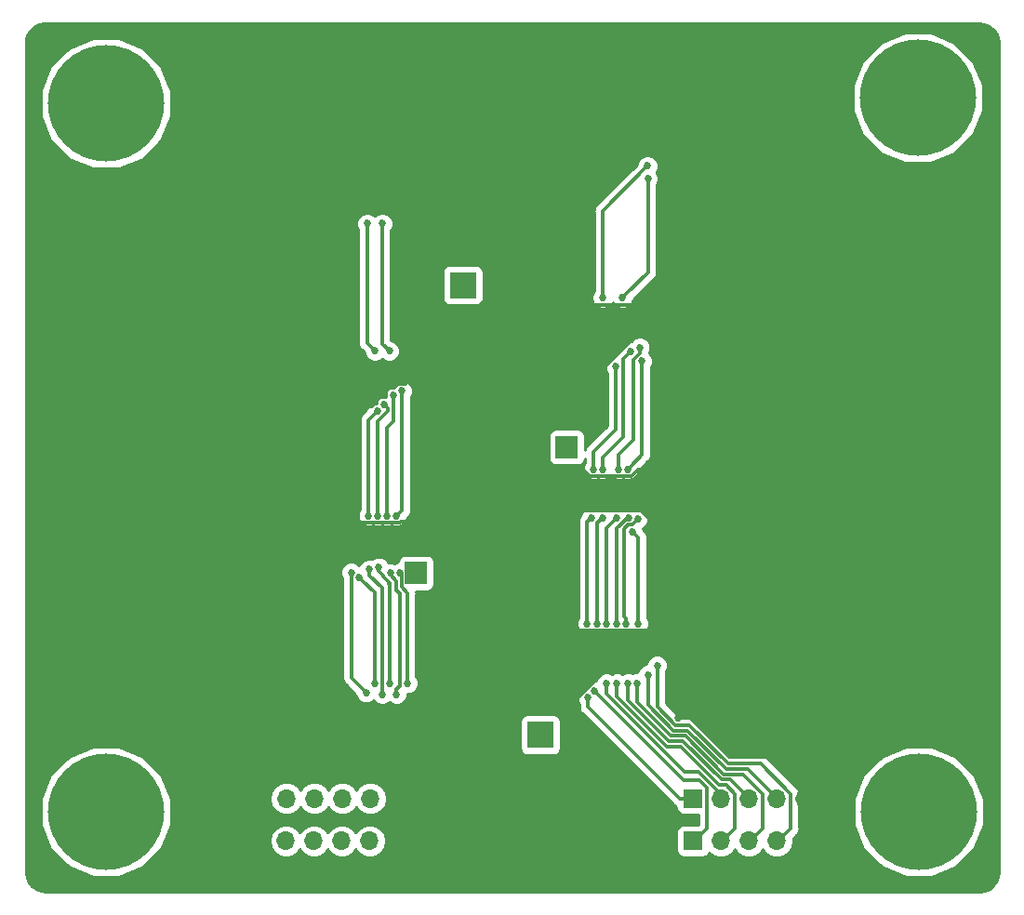
<source format=gbl>
G04 #@! TF.GenerationSoftware,KiCad,Pcbnew,5.0.1*
G04 #@! TF.CreationDate,2018-12-04T22:41:10-05:00*
G04 #@! TF.ProjectId,peripherals,7065726970686572616C732E6B696361,rev?*
G04 #@! TF.SameCoordinates,Original*
G04 #@! TF.FileFunction,Copper,L2,Bot,Signal*
G04 #@! TF.FilePolarity,Positive*
%FSLAX46Y46*%
G04 Gerber Fmt 4.6, Leading zero omitted, Abs format (unit mm)*
G04 Created by KiCad (PCBNEW 5.0.1) date Tue 04 Dec 2018 10:41:10 PM EST*
%MOMM*%
%LPD*%
G01*
G04 APERTURE LIST*
G04 #@! TA.AperFunction,ComponentPad*
%ADD10C,2.000000*%
G04 #@! TD*
G04 #@! TA.AperFunction,ComponentPad*
%ADD11R,2.000000X2.000000*%
G04 #@! TD*
G04 #@! TA.AperFunction,ComponentPad*
%ADD12C,2.400000*%
G04 #@! TD*
G04 #@! TA.AperFunction,ComponentPad*
%ADD13R,2.400000X2.400000*%
G04 #@! TD*
G04 #@! TA.AperFunction,ComponentPad*
%ADD14O,1.700000X1.700000*%
G04 #@! TD*
G04 #@! TA.AperFunction,ComponentPad*
%ADD15R,1.700000X1.700000*%
G04 #@! TD*
G04 #@! TA.AperFunction,SMDPad,CuDef*
%ADD16R,8.000000X3.000000*%
G04 #@! TD*
G04 #@! TA.AperFunction,ComponentPad*
%ADD17C,10.600000*%
G04 #@! TD*
G04 #@! TA.AperFunction,ViaPad*
%ADD18C,0.685800*%
G04 #@! TD*
G04 #@! TA.AperFunction,Conductor*
%ADD19C,0.330200*%
G04 #@! TD*
G04 #@! TA.AperFunction,Conductor*
%ADD20C,0.254000*%
G04 #@! TD*
G04 APERTURE END LIST*
D10*
G04 #@! TO.P,C101,2*
G04 #@! TO.N,GND*
X75250000Y-98250000D03*
D11*
G04 #@! TO.P,C101,1*
G04 #@! TO.N,+BATT*
X70250000Y-98250000D03*
G04 #@! TD*
G04 #@! TO.P,C102,1*
G04 #@! TO.N,+BATT*
X83950000Y-86800000D03*
D10*
G04 #@! TO.P,C102,2*
G04 #@! TO.N,GND*
X78950000Y-86800000D03*
G04 #@! TD*
D12*
G04 #@! TO.P,C104,2*
G04 #@! TO.N,GND*
X82000000Y-72050000D03*
D13*
G04 #@! TO.P,C104,1*
G04 #@! TO.N,+BATT*
X74500000Y-72050000D03*
G04 #@! TD*
G04 #@! TO.P,C103,1*
G04 #@! TO.N,+BATT*
X81550000Y-113000000D03*
D12*
G04 #@! TO.P,C103,2*
G04 #@! TO.N,GND*
X74050000Y-113000000D03*
G04 #@! TD*
D14*
G04 #@! TO.P,J101,5*
G04 #@! TO.N,/sheet5B6E69B5/IN*
X66010000Y-122650000D03*
G04 #@! TO.P,J101,4*
G04 #@! TO.N,/Sheet5B7230C3/IN*
X63470000Y-122650000D03*
G04 #@! TO.P,J101,3*
G04 #@! TO.N,/sheet5B6E69C3/IN*
X60930000Y-122650000D03*
G04 #@! TO.P,J101,2*
G04 #@! TO.N,/sheet5B6E69C4/IN*
X58390000Y-122650000D03*
D15*
G04 #@! TO.P,J101,1*
G04 #@! TO.N,GND*
X55850000Y-122650000D03*
G04 #@! TD*
G04 #@! TO.P,J102,1*
G04 #@! TO.N,/sheet5B6E6A5D/IN*
X95450000Y-122650000D03*
D14*
G04 #@! TO.P,J102,2*
G04 #@! TO.N,/sheet5B6E6A5C/IN*
X97990000Y-122650000D03*
G04 #@! TO.P,J102,3*
G04 #@! TO.N,/sheet5B6E6A5B/IN*
X100530000Y-122650000D03*
G04 #@! TO.P,J102,4*
G04 #@! TO.N,/sheet5B6E6A5A/IN*
X103070000Y-122650000D03*
G04 #@! TO.P,J102,5*
G04 #@! TO.N,GND*
X105610000Y-122650000D03*
G04 #@! TD*
G04 #@! TO.P,J107,5*
G04 #@! TO.N,/sheet5B6E69B5/EN*
X66060000Y-118800000D03*
G04 #@! TO.P,J107,4*
G04 #@! TO.N,/Sheet5B7230C3/EN*
X63520000Y-118800000D03*
G04 #@! TO.P,J107,3*
G04 #@! TO.N,/sheet5B6E69C3/EN*
X60980000Y-118800000D03*
G04 #@! TO.P,J107,2*
G04 #@! TO.N,/sheet5B6E69C4/EN*
X58440000Y-118800000D03*
D15*
G04 #@! TO.P,J107,1*
G04 #@! TO.N,GND*
X55900000Y-118800000D03*
G04 #@! TD*
G04 #@! TO.P,J108,1*
G04 #@! TO.N,/sheet5B6E6A5D/EN*
X95450000Y-118800000D03*
D14*
G04 #@! TO.P,J108,2*
G04 #@! TO.N,/sheet5B6E6A5C/EN*
X97990000Y-118800000D03*
G04 #@! TO.P,J108,3*
G04 #@! TO.N,/sheet5B6E6A5B/EN*
X100530000Y-118800000D03*
G04 #@! TO.P,J108,4*
G04 #@! TO.N,/sheet5B6E6A5A/EN*
X103070000Y-118800000D03*
G04 #@! TO.P,J108,5*
G04 #@! TO.N,GND*
X105610000Y-118800000D03*
G04 #@! TD*
D16*
G04 #@! TO.P,J105,4*
G04 #@! TO.N,GND*
X39350000Y-81250000D03*
G04 #@! TO.P,J105,2*
X39350000Y-89250000D03*
G04 #@! TO.P,J105,1*
X39350000Y-93250000D03*
G04 #@! TO.P,J105,3*
X39350000Y-85250000D03*
G04 #@! TD*
G04 #@! TO.P,J106,3*
G04 #@! TO.N,GND*
X117750000Y-84900000D03*
G04 #@! TO.P,J106,1*
X117750000Y-92900000D03*
G04 #@! TO.P,J106,2*
X117750000Y-88900000D03*
G04 #@! TO.P,J106,4*
X117750000Y-80900000D03*
G04 #@! TD*
D17*
G04 #@! TO.P,MH104,1*
G04 #@! TO.N,N/C*
X116000000Y-120000000D03*
G04 #@! TD*
G04 #@! TO.P,MH103,1*
G04 #@! TO.N,N/C*
X115900000Y-55000000D03*
G04 #@! TD*
G04 #@! TO.P,MH101,1*
G04 #@! TO.N,N/C*
X42000000Y-120000000D03*
G04 #@! TD*
G04 #@! TO.P,MH102,1*
G04 #@! TO.N,N/C*
X42000000Y-55500000D03*
G04 #@! TD*
D18*
G04 #@! TO.N,GND*
X63325001Y-60405001D03*
X49850000Y-68100000D03*
X50500000Y-68850000D03*
X51150000Y-68150000D03*
X49850000Y-83100000D03*
X50500000Y-83850000D03*
X51150000Y-83150000D03*
X49850000Y-83100000D03*
X50500000Y-83850000D03*
X51150000Y-83150000D03*
X49850000Y-98100000D03*
X50500000Y-98850000D03*
X51150000Y-98150000D03*
X49850000Y-113100000D03*
X50500000Y-113850000D03*
X51150000Y-113150000D03*
X107600000Y-103900000D03*
X106950000Y-103150000D03*
X106300000Y-103850000D03*
X107600000Y-88900000D03*
X106950000Y-88150000D03*
X106300000Y-88850000D03*
X107600000Y-73900000D03*
X106950000Y-73150000D03*
X106300000Y-73850000D03*
X107600000Y-58900000D03*
X106950000Y-58150000D03*
X106300000Y-58850000D03*
X63325001Y-75405001D03*
X63325001Y-90405001D03*
X63325001Y-105405001D03*
X94124999Y-81594999D03*
X94124999Y-66594999D03*
X94124999Y-111461311D03*
X94124999Y-111461313D03*
X94124999Y-96594999D03*
X87000000Y-49500000D03*
X88000000Y-50500000D03*
X87000000Y-51500000D03*
X88000000Y-52500000D03*
X87000000Y-53500000D03*
X88000000Y-54500000D03*
X87000000Y-55500000D03*
X88000000Y-56500000D03*
X89000000Y-55500000D03*
X89000000Y-53500000D03*
X89000000Y-51500000D03*
X89000000Y-49500000D03*
X90000000Y-50500000D03*
X90000000Y-52500000D03*
X90000000Y-54500000D03*
X90000000Y-56500000D03*
X91000000Y-55500000D03*
X91000000Y-53500000D03*
X91000000Y-51500000D03*
X91000000Y-49500000D03*
G04 #@! TO.N,/sheet5B6E69B5/EN*
X68472198Y-109300000D03*
X66500000Y-78039590D03*
X67895282Y-98261321D03*
X67600000Y-93039590D03*
X68194118Y-82039843D03*
X65789999Y-66439590D03*
G04 #@! TO.N,/sheet5B6E69B5/IN*
X69450000Y-108300000D03*
X67800000Y-78039590D03*
X68754698Y-98213851D03*
X68466727Y-93039590D03*
X68952382Y-81682583D03*
X67162748Y-66439590D03*
G04 #@! TO.N,/sheet5B6E6A5C/IN*
X90822659Y-78972659D03*
X88525725Y-108310410D03*
X89515184Y-88810410D03*
X88505340Y-102860410D03*
X89603000Y-93210410D03*
G04 #@! TO.N,/sheet5B6E6A5C/EN*
X90600000Y-77750000D03*
X87550000Y-108310410D03*
X88676971Y-88810410D03*
X87571488Y-102860410D03*
X88529584Y-93210410D03*
G04 #@! TO.N,/sheet5B6E6A5B/EN*
X89512508Y-108310410D03*
X89343553Y-102860410D03*
X90435452Y-93308504D03*
G04 #@! TO.N,/sheet5B6E6A5B/IN*
X90359528Y-108307722D03*
X90450000Y-102860410D03*
X89954697Y-94530310D03*
G04 #@! TO.N,/sheet5B6E6A5A/IN*
X92194959Y-106689003D03*
G04 #@! TO.N,/sheet5B6E6A5A/EN*
X91337740Y-107546221D03*
G04 #@! TO.N,/sheet5B6E69C3/EN*
X65700000Y-109150000D03*
X64338304Y-98225047D03*
G04 #@! TO.N,/sheet5B6E69C3/IN*
X66450000Y-108350000D03*
X65052951Y-98663087D03*
G04 #@! TO.N,/sheet5B6E6A5D/IN*
X91350000Y-62350000D03*
X89766981Y-78116981D03*
X89031100Y-73189590D03*
X87191451Y-93210410D03*
X87227388Y-88810410D03*
X86731475Y-102860410D03*
X86483978Y-108999983D03*
G04 #@! TO.N,/sheet5B6E6A5D/EN*
X91300000Y-61200000D03*
X88421589Y-79462372D03*
X87227514Y-73189590D03*
X86181714Y-93210410D03*
X86389175Y-88810410D03*
X85817813Y-102860410D03*
X85891273Y-109592688D03*
G04 #@! TO.N,/Sheet5B7230C3/EN*
X67151387Y-109300000D03*
X65978202Y-97934931D03*
X65911787Y-93039590D03*
X66735125Y-83498836D03*
G04 #@! TO.N,/Sheet5B7230C3/IN*
X67850000Y-108350000D03*
X66850000Y-97750000D03*
X66750000Y-93039590D03*
X67327830Y-82906131D03*
G04 #@! TD*
D19*
G04 #@! TO.N,GND*
X51150000Y-68200000D02*
X50500000Y-68850000D01*
X51150000Y-68150000D02*
X51150000Y-68200000D01*
X49850000Y-68200000D02*
X50500000Y-68850000D01*
X49850000Y-68100000D02*
X49850000Y-68200000D01*
X51150000Y-83200000D02*
X50500000Y-83850000D01*
X51150000Y-83150000D02*
X51150000Y-83200000D01*
X49850000Y-83200000D02*
X50500000Y-83850000D01*
X49850000Y-83100000D02*
X49850000Y-83200000D01*
X51150000Y-83200000D02*
X50500000Y-83850000D01*
X51150000Y-83150000D02*
X51150000Y-83200000D01*
X49850000Y-83200000D02*
X50500000Y-83850000D01*
X49850000Y-83100000D02*
X49850000Y-83200000D01*
X51150000Y-98200000D02*
X50500000Y-98850000D01*
X51150000Y-98150000D02*
X51150000Y-98200000D01*
X49850000Y-98200000D02*
X50500000Y-98850000D01*
X49850000Y-98100000D02*
X49850000Y-98200000D01*
X51150000Y-113200000D02*
X50500000Y-113850000D01*
X51150000Y-113150000D02*
X51150000Y-113200000D01*
X49850000Y-113200000D02*
X50500000Y-113850000D01*
X49850000Y-113100000D02*
X49850000Y-113200000D01*
X106300000Y-103800000D02*
X106950000Y-103150000D01*
X106300000Y-103850000D02*
X106300000Y-103800000D01*
X107600000Y-103800000D02*
X106950000Y-103150000D01*
X107600000Y-103900000D02*
X107600000Y-103800000D01*
X106300000Y-88800000D02*
X106950000Y-88150000D01*
X106300000Y-88850000D02*
X106300000Y-88800000D01*
X107600000Y-88800000D02*
X106950000Y-88150000D01*
X107600000Y-88900000D02*
X107600000Y-88800000D01*
X106300000Y-73800000D02*
X106950000Y-73150000D01*
X106300000Y-73850000D02*
X106300000Y-73800000D01*
X107600000Y-73800000D02*
X106950000Y-73150000D01*
X107600000Y-73900000D02*
X107600000Y-73800000D01*
X106300000Y-58800000D02*
X106950000Y-58150000D01*
X106300000Y-58850000D02*
X106300000Y-58800000D01*
X107600000Y-58800000D02*
X106950000Y-58150000D01*
X107600000Y-58900000D02*
X107600000Y-58800000D01*
X106300000Y-103850000D02*
X98688687Y-111461313D01*
X94609932Y-111461313D02*
X94124999Y-111461313D01*
X103012081Y-115000000D02*
X98699997Y-115000000D01*
X105610000Y-117597919D02*
X103012081Y-115000000D01*
X105610000Y-118800000D02*
X105610000Y-117597919D01*
X95161310Y-111461313D02*
X95000000Y-111461313D01*
X98699997Y-115000000D02*
X95161310Y-111461313D01*
X98688687Y-111461313D02*
X95000000Y-111461313D01*
X95000000Y-111461313D02*
X94609932Y-111461313D01*
X74050000Y-99450000D02*
X75250000Y-98250000D01*
X75250000Y-90500000D02*
X78950000Y-86800000D01*
X78950000Y-86800000D02*
X82000000Y-83750000D01*
X93056567Y-73850000D02*
X87317392Y-79589175D01*
X87317392Y-79589175D02*
X87317392Y-79982608D01*
X84400000Y-82900000D02*
X82000000Y-82900000D01*
X87317392Y-79982608D02*
X84400000Y-82900000D01*
X82000000Y-83750000D02*
X82000000Y-82900000D01*
X82000000Y-82900000D02*
X82000000Y-72050000D01*
X93650000Y-73850000D02*
X93056567Y-73850000D01*
X106300000Y-73850000D02*
X93650000Y-73850000D01*
X83800000Y-73850000D02*
X82000000Y-72050000D01*
X93650000Y-73850000D02*
X83800000Y-73850000D01*
X99000000Y-88850000D02*
X99000000Y-89050000D01*
X106300000Y-88850000D02*
X99000000Y-88850000D01*
X99000000Y-89050000D02*
X93650000Y-94400000D01*
X81000000Y-88850000D02*
X79949999Y-87799999D01*
X79949999Y-87799999D02*
X78950000Y-86800000D01*
X93650000Y-94400000D02*
X92550000Y-94400000D01*
X92550000Y-94400000D02*
X91450000Y-94400000D01*
X85451369Y-88850000D02*
X81000000Y-88850000D01*
X89832178Y-89470812D02*
X86072181Y-89470812D01*
X90452990Y-88850000D02*
X89832178Y-89470812D01*
X86072181Y-89470812D02*
X85451369Y-88850000D01*
X99000000Y-88850000D02*
X90452990Y-88850000D01*
X75250000Y-98250000D02*
X80520812Y-103520812D01*
X106607101Y-103492899D02*
X106950000Y-103150000D01*
X106579188Y-103520812D02*
X106607101Y-103492899D01*
X80520812Y-103520812D02*
X106579188Y-103520812D01*
X51150000Y-98150000D02*
X54100000Y-98150000D01*
X68783720Y-93699991D02*
X68883711Y-93600000D01*
X54100000Y-98150000D02*
X58550009Y-93699991D01*
X58550009Y-93699991D02*
X68783720Y-93699991D01*
X72750000Y-93600000D02*
X75250000Y-91100000D01*
X68883711Y-93600000D02*
X72750000Y-93600000D01*
X75250000Y-98250000D02*
X75250000Y-91100000D01*
X75250000Y-91100000D02*
X75250000Y-90500000D01*
X75550000Y-78500000D02*
X82000000Y-72050000D01*
X71791557Y-78500000D02*
X75550000Y-78500000D01*
X69269375Y-81022182D02*
X71791557Y-78500000D01*
X66206567Y-83050000D02*
X66418132Y-82838435D01*
X62150000Y-81800000D02*
X63400000Y-83050000D01*
X58950000Y-83150000D02*
X60300000Y-81800000D01*
X66667429Y-82589138D02*
X67010837Y-82245730D01*
X67533717Y-82245730D02*
X67533717Y-81722850D01*
X60300000Y-81800000D02*
X62150000Y-81800000D01*
X68291981Y-81379442D02*
X68291981Y-81365590D01*
X51150000Y-83150000D02*
X58950000Y-83150000D01*
X67010837Y-82245730D02*
X67533717Y-82245730D01*
X67533717Y-81722850D02*
X67877125Y-81379442D01*
X67877125Y-81379442D02*
X68291981Y-81379442D01*
X68635389Y-81022182D02*
X69269375Y-81022182D01*
X63400000Y-83050000D02*
X66206567Y-83050000D01*
X66667429Y-82838435D02*
X66667429Y-82589138D01*
X66418132Y-82838435D02*
X66667429Y-82838435D01*
X68291981Y-81365590D02*
X68635389Y-81022182D01*
X81800000Y-92550000D02*
X90700000Y-92550000D01*
X81000000Y-91750000D02*
X81800000Y-92550000D01*
X81000000Y-88850000D02*
X81000000Y-91750000D01*
X90700000Y-92550000D02*
X92550000Y-94400000D01*
X74050000Y-110850000D02*
X83700000Y-110850000D01*
X85350000Y-103850000D02*
X81570340Y-107629660D01*
X74050000Y-110850000D02*
X74050000Y-99450000D01*
X74050000Y-113000000D02*
X74050000Y-110850000D01*
X81570340Y-107629660D02*
X80950001Y-108249999D01*
X87100000Y-107450000D02*
X87100000Y-103850000D01*
X83700000Y-110850000D02*
X87100000Y-107450000D01*
X106300000Y-103850000D02*
X87100000Y-103850000D01*
X87100000Y-103850000D02*
X85350000Y-103850000D01*
X87000000Y-49500000D02*
X88000000Y-50500000D01*
X88000000Y-52500000D02*
X87000000Y-53500000D01*
X88000000Y-54500000D02*
X87000000Y-55500000D01*
X88000000Y-56500000D02*
X89000000Y-55500000D01*
X89000000Y-53500000D02*
X89000000Y-51500000D01*
X89000000Y-49500000D02*
X90000000Y-50500000D01*
X90000000Y-52500000D02*
X90000000Y-54500000D01*
X90000000Y-56500000D02*
X91000000Y-55500000D01*
X91000000Y-53500000D02*
X91000000Y-51500000D01*
G04 #@! TO.N,/sheet5B6E69B5/EN*
X67600000Y-85050000D02*
X67583019Y-85033019D01*
X68447149Y-99828791D02*
X68447149Y-98964903D01*
X68472198Y-109300000D02*
X68472198Y-108815067D01*
X68750000Y-108537265D02*
X68750000Y-100131642D01*
X68472198Y-108815067D02*
X68750000Y-108537265D01*
X68447149Y-98964903D02*
X67895282Y-98413036D01*
X67895282Y-98413036D02*
X67895282Y-98261321D01*
X68750000Y-100131642D02*
X68447149Y-99828791D01*
X67600000Y-85050000D02*
X67600000Y-93039590D01*
X68194118Y-82524776D02*
X68194118Y-82039843D01*
X68194118Y-84455882D02*
X68194118Y-82524776D01*
X67600000Y-85050000D02*
X68194118Y-84455882D01*
X65789999Y-77329589D02*
X65789999Y-66924523D01*
X66500000Y-78039590D02*
X65789999Y-77329589D01*
X65789999Y-66924523D02*
X65789999Y-66439590D01*
G04 #@! TO.N,/sheet5B6E69B5/IN*
X68929760Y-98388913D02*
X68754698Y-98213851D01*
X69450000Y-108300000D02*
X69450000Y-100072606D01*
X69450000Y-100072606D02*
X68929760Y-99552366D01*
X68929760Y-99552366D02*
X68929760Y-98388913D01*
X68952382Y-82167516D02*
X68952382Y-81682583D01*
X68952382Y-92553935D02*
X68952382Y-82167516D01*
X68466727Y-93039590D02*
X68952382Y-92553935D01*
X67162748Y-66924523D02*
X67162748Y-66439590D01*
X67800000Y-78039590D02*
X67162748Y-77402338D01*
X67162748Y-77402338D02*
X67162748Y-66924523D01*
G04 #@! TO.N,/sheet5B6E6A5C/IN*
X92484291Y-113486751D02*
X88525725Y-109528183D01*
X94339590Y-114052165D02*
X93049704Y-114052165D01*
X93049704Y-114052165D02*
X92484291Y-113486751D01*
X98450480Y-117563055D02*
X97850480Y-117563055D01*
X88525725Y-109528183D02*
X88525725Y-108795343D01*
X99247501Y-121532499D02*
X99247501Y-118360076D01*
X99247501Y-118360076D02*
X98450480Y-117563055D01*
X97850480Y-117563055D02*
X94339590Y-114052165D01*
X88525725Y-108795343D02*
X88525725Y-108310410D01*
X98080000Y-122700000D02*
X99247501Y-121532499D01*
X89858083Y-88467511D02*
X89515184Y-88810410D01*
X90822659Y-87502935D02*
X89858083Y-88467511D01*
X90822659Y-78972659D02*
X90822659Y-87502935D01*
X88505340Y-94212050D02*
X88505340Y-102375477D01*
X89506980Y-93210410D02*
X88505340Y-94212050D01*
X89603000Y-93210410D02*
X89506980Y-93210410D01*
X88505340Y-102375477D02*
X88505340Y-102860410D01*
G04 #@! TO.N,/sheet5B6E6A5C/EN*
X98080000Y-118475090D02*
X95954334Y-116349424D01*
X95954334Y-116349424D02*
X94664452Y-116349424D01*
X94664452Y-116349424D02*
X87550000Y-109234972D01*
X98080000Y-118850000D02*
X98080000Y-118475090D01*
X87550000Y-109234972D02*
X87550000Y-108795343D01*
X87550000Y-108795343D02*
X87550000Y-108310410D01*
X90600000Y-77750000D02*
X90600000Y-78261356D01*
X90600000Y-78261356D02*
X90033975Y-78827381D01*
X88676971Y-88325477D02*
X88676971Y-88810410D01*
X88676971Y-87475477D02*
X88676971Y-88325477D01*
X90033975Y-78827381D02*
X90033975Y-86118473D01*
X90033975Y-86118473D02*
X88676971Y-87475477D01*
X87571488Y-94168506D02*
X87571488Y-102375477D01*
X88529584Y-93210410D02*
X87571488Y-94168506D01*
X87571488Y-102375477D02*
X87571488Y-102860410D01*
G04 #@! TO.N,/sheet5B6E6A5B/EN*
X100620000Y-118850000D02*
X98850444Y-117080444D01*
X98050384Y-117080444D02*
X94539496Y-113569556D01*
X94539496Y-113569556D02*
X93249609Y-113569556D01*
X89512508Y-109832454D02*
X89512508Y-108795343D01*
X92966902Y-113286848D02*
X89512508Y-109832454D01*
X93249609Y-113569556D02*
X92966902Y-113286848D01*
X89512508Y-108795343D02*
X89512508Y-108310410D01*
X98850444Y-117080444D02*
X98050384Y-117080444D01*
X90435452Y-93355354D02*
X89919994Y-93870812D01*
X90435452Y-93308504D02*
X90435452Y-93355354D01*
X89343553Y-102375477D02*
X89343553Y-102860410D01*
X89529093Y-93870812D02*
X89157101Y-94242804D01*
X89919994Y-93870812D02*
X89529093Y-93870812D01*
X89157101Y-102189025D02*
X89343553Y-102375477D01*
X89157101Y-94242804D02*
X89157101Y-102189025D01*
G04 #@! TO.N,/sheet5B6E6A5B/IN*
X101787501Y-118385046D02*
X100000288Y-116597833D01*
X90359528Y-108792655D02*
X90359528Y-108307722D01*
X93449513Y-113086945D02*
X90359528Y-109996960D01*
X101787501Y-121532499D02*
X101787501Y-118385046D01*
X100620000Y-122700000D02*
X101787501Y-121532499D01*
X98250288Y-116597833D02*
X94739400Y-113086945D01*
X100000288Y-116597833D02*
X98250288Y-116597833D01*
X94739400Y-113086945D02*
X93449513Y-113086945D01*
X90359528Y-109996960D02*
X90359528Y-108792655D01*
X89954697Y-94530310D02*
X90450000Y-95025613D01*
X90450000Y-102375477D02*
X90450000Y-102860410D01*
X90450000Y-95025613D02*
X90450000Y-102375477D01*
G04 #@! TO.N,/sheet5B6E6A5A/IN*
X104327501Y-118360016D02*
X101600096Y-115632611D01*
X98650096Y-115632611D02*
X95139208Y-112121723D01*
X93849321Y-112121723D02*
X92194959Y-110467361D01*
X101600096Y-115632611D02*
X98650096Y-115632611D01*
X95139208Y-112121723D02*
X93849321Y-112121723D01*
X92194959Y-107173936D02*
X92194959Y-106689003D01*
X103160000Y-122700000D02*
X104327501Y-121532499D01*
X92194959Y-110467361D02*
X92194959Y-107173936D01*
X104327501Y-121532499D02*
X104327501Y-118360016D01*
G04 #@! TO.N,/sheet5B6E6A5A/EN*
X94939304Y-112604334D02*
X93649417Y-112604334D01*
X93649417Y-112604334D02*
X91337740Y-110292657D01*
X91337740Y-108031154D02*
X91337740Y-107546221D01*
X98450192Y-116115222D02*
X94939304Y-112604334D01*
X91337740Y-110292657D02*
X91337740Y-108031154D01*
X100425222Y-116115222D02*
X98450192Y-116115222D01*
X103160000Y-118850000D02*
X100425222Y-116115222D01*
G04 #@! TO.N,/sheet5B6E69C3/EN*
X64338304Y-107788304D02*
X64338304Y-98709980D01*
X64338304Y-98709980D02*
X64338304Y-98225047D01*
X65700000Y-109150000D02*
X64338304Y-107788304D01*
G04 #@! TO.N,/sheet5B6E69C3/IN*
X66450000Y-108350000D02*
X66450000Y-100060136D01*
X66450000Y-100060136D02*
X65395850Y-99005986D01*
X65395850Y-99005986D02*
X65052951Y-98663087D01*
G04 #@! TO.N,/sheet5B6E6A5D/IN*
X91350000Y-70870690D02*
X89373999Y-72846691D01*
X91350000Y-62350000D02*
X91350000Y-70870690D01*
X89373999Y-72846691D02*
X89031100Y-73189590D01*
X89081990Y-78801972D02*
X89081990Y-85920875D01*
X87227388Y-88325477D02*
X87227388Y-88810410D01*
X89081990Y-85920875D02*
X87227388Y-87775477D01*
X89766981Y-78116981D02*
X89081990Y-78801972D01*
X87227388Y-87775477D02*
X87227388Y-88325477D01*
X87191451Y-93210410D02*
X86731475Y-93670386D01*
X86731475Y-93670386D02*
X86731475Y-102375477D01*
X86731475Y-102375477D02*
X86731475Y-102860410D01*
X95540000Y-122700000D02*
X96707501Y-121532499D01*
X96707501Y-117785105D02*
X96057501Y-117135105D01*
X96707501Y-121532499D02*
X96707501Y-117785105D01*
X94619100Y-117135105D02*
X86826877Y-109342882D01*
X96057501Y-117135105D02*
X94619100Y-117135105D01*
X86826877Y-109342882D02*
X86483978Y-108999983D01*
G04 #@! TO.N,/sheet5B6E6A5D/EN*
X91300000Y-61200000D02*
X87227514Y-65272486D01*
X87227514Y-65272486D02*
X87227514Y-72704657D01*
X87227514Y-72704657D02*
X87227514Y-73189590D01*
X86389175Y-88325477D02*
X86389175Y-88810410D01*
X88421589Y-85177813D02*
X86389175Y-87210227D01*
X88421589Y-79462372D02*
X88421589Y-85177813D01*
X86389175Y-87210227D02*
X86389175Y-88325477D01*
X85817813Y-102375477D02*
X85817813Y-102860410D01*
X85817813Y-93574311D02*
X85817813Y-102375477D01*
X86181714Y-93210410D02*
X85817813Y-93574311D01*
X85891273Y-110421473D02*
X85891273Y-110077621D01*
X95450000Y-118800000D02*
X94269800Y-118800000D01*
X85891273Y-110077621D02*
X85891273Y-109592688D01*
X94269800Y-118800000D02*
X85891273Y-110421473D01*
G04 #@! TO.N,/Sheet5B7230C3/EN*
X67151387Y-99635107D02*
X65978202Y-98461922D01*
X67151387Y-109300000D02*
X67151387Y-99635107D01*
X65978202Y-98461922D02*
X65978202Y-98419864D01*
X65978202Y-98419864D02*
X65978202Y-97934931D01*
X66392226Y-83841735D02*
X66735125Y-83498836D01*
X65911787Y-84322174D02*
X66392226Y-83841735D01*
X65911787Y-93039590D02*
X65911787Y-84322174D01*
G04 #@! TO.N,/Sheet5B7230C3/IN*
X67850000Y-99345148D02*
X67786748Y-99281896D01*
X67850000Y-108350000D02*
X67850000Y-99345148D01*
X67234881Y-98578314D02*
X67234881Y-98484881D01*
X67850000Y-99345148D02*
X67850000Y-99193433D01*
X67850000Y-99193433D02*
X67234881Y-98578314D01*
X67234881Y-98484881D02*
X66800000Y-98050000D01*
X66800000Y-98050000D02*
X66800000Y-97800000D01*
X66800000Y-97800000D02*
X66850000Y-97750000D01*
X66750000Y-93039590D02*
X66750000Y-84461357D01*
X67670729Y-83540628D02*
X67670729Y-83249030D01*
X67670729Y-83249030D02*
X67327830Y-82906131D01*
X66750000Y-84461357D02*
X67670729Y-83540628D01*
G04 #@! TD*
D20*
G04 #@! TO.N,GND*
G36*
X121943452Y-48272873D02*
X122359037Y-48437415D01*
X122720649Y-48700142D01*
X123005562Y-49044542D01*
X123195873Y-49448974D01*
X123285976Y-49921311D01*
X123288800Y-50011169D01*
X123288801Y-125455248D01*
X123227127Y-125943452D01*
X123062584Y-126359039D01*
X122799859Y-126720649D01*
X122455458Y-127005561D01*
X122051024Y-127195873D01*
X121578689Y-127285976D01*
X121488830Y-127288800D01*
X36544744Y-127288800D01*
X36056548Y-127227127D01*
X35640961Y-127062584D01*
X35279351Y-126799859D01*
X34994439Y-126455458D01*
X34804127Y-126051024D01*
X34714024Y-125578689D01*
X34711200Y-125488830D01*
X34711200Y-118819455D01*
X36065000Y-118819455D01*
X36065000Y-121180545D01*
X36968550Y-123361908D01*
X38638092Y-125031450D01*
X40819455Y-125935000D01*
X43180545Y-125935000D01*
X45361908Y-125031450D01*
X47031450Y-123361908D01*
X47326331Y-122650000D01*
X56875908Y-122650000D01*
X56991161Y-123229418D01*
X57319375Y-123720625D01*
X57810582Y-124048839D01*
X58243744Y-124135000D01*
X58536256Y-124135000D01*
X58969418Y-124048839D01*
X59460625Y-123720625D01*
X59660000Y-123422239D01*
X59859375Y-123720625D01*
X60350582Y-124048839D01*
X60783744Y-124135000D01*
X61076256Y-124135000D01*
X61509418Y-124048839D01*
X62000625Y-123720625D01*
X62200000Y-123422239D01*
X62399375Y-123720625D01*
X62890582Y-124048839D01*
X63323744Y-124135000D01*
X63616256Y-124135000D01*
X64049418Y-124048839D01*
X64540625Y-123720625D01*
X64740000Y-123422239D01*
X64939375Y-123720625D01*
X65430582Y-124048839D01*
X65863744Y-124135000D01*
X66156256Y-124135000D01*
X66589418Y-124048839D01*
X67080625Y-123720625D01*
X67408839Y-123229418D01*
X67524092Y-122650000D01*
X67408839Y-122070582D01*
X67080625Y-121579375D01*
X66589418Y-121251161D01*
X66156256Y-121165000D01*
X65863744Y-121165000D01*
X65430582Y-121251161D01*
X64939375Y-121579375D01*
X64740000Y-121877761D01*
X64540625Y-121579375D01*
X64049418Y-121251161D01*
X63616256Y-121165000D01*
X63323744Y-121165000D01*
X62890582Y-121251161D01*
X62399375Y-121579375D01*
X62200000Y-121877761D01*
X62000625Y-121579375D01*
X61509418Y-121251161D01*
X61076256Y-121165000D01*
X60783744Y-121165000D01*
X60350582Y-121251161D01*
X59859375Y-121579375D01*
X59660000Y-121877761D01*
X59460625Y-121579375D01*
X58969418Y-121251161D01*
X58536256Y-121165000D01*
X58243744Y-121165000D01*
X57810582Y-121251161D01*
X57319375Y-121579375D01*
X56991161Y-122070582D01*
X56875908Y-122650000D01*
X47326331Y-122650000D01*
X47935000Y-121180545D01*
X47935000Y-118819455D01*
X47926942Y-118800000D01*
X56925908Y-118800000D01*
X57041161Y-119379418D01*
X57369375Y-119870625D01*
X57860582Y-120198839D01*
X58293744Y-120285000D01*
X58586256Y-120285000D01*
X59019418Y-120198839D01*
X59510625Y-119870625D01*
X59710000Y-119572239D01*
X59909375Y-119870625D01*
X60400582Y-120198839D01*
X60833744Y-120285000D01*
X61126256Y-120285000D01*
X61559418Y-120198839D01*
X62050625Y-119870625D01*
X62250000Y-119572239D01*
X62449375Y-119870625D01*
X62940582Y-120198839D01*
X63373744Y-120285000D01*
X63666256Y-120285000D01*
X64099418Y-120198839D01*
X64590625Y-119870625D01*
X64790000Y-119572239D01*
X64989375Y-119870625D01*
X65480582Y-120198839D01*
X65913744Y-120285000D01*
X66206256Y-120285000D01*
X66639418Y-120198839D01*
X67130625Y-119870625D01*
X67458839Y-119379418D01*
X67574092Y-118800000D01*
X67458839Y-118220582D01*
X67130625Y-117729375D01*
X66639418Y-117401161D01*
X66206256Y-117315000D01*
X65913744Y-117315000D01*
X65480582Y-117401161D01*
X64989375Y-117729375D01*
X64790000Y-118027761D01*
X64590625Y-117729375D01*
X64099418Y-117401161D01*
X63666256Y-117315000D01*
X63373744Y-117315000D01*
X62940582Y-117401161D01*
X62449375Y-117729375D01*
X62250000Y-118027761D01*
X62050625Y-117729375D01*
X61559418Y-117401161D01*
X61126256Y-117315000D01*
X60833744Y-117315000D01*
X60400582Y-117401161D01*
X59909375Y-117729375D01*
X59710000Y-118027761D01*
X59510625Y-117729375D01*
X59019418Y-117401161D01*
X58586256Y-117315000D01*
X58293744Y-117315000D01*
X57860582Y-117401161D01*
X57369375Y-117729375D01*
X57041161Y-118220582D01*
X56925908Y-118800000D01*
X47926942Y-118800000D01*
X47031450Y-116638092D01*
X45361908Y-114968550D01*
X43180545Y-114065000D01*
X40819455Y-114065000D01*
X38638092Y-114968550D01*
X36968550Y-116638092D01*
X36065000Y-118819455D01*
X34711200Y-118819455D01*
X34711200Y-111800000D01*
X79702560Y-111800000D01*
X79702560Y-114200000D01*
X79751843Y-114447765D01*
X79892191Y-114657809D01*
X80102235Y-114798157D01*
X80350000Y-114847440D01*
X82750000Y-114847440D01*
X82997765Y-114798157D01*
X83207809Y-114657809D01*
X83348157Y-114447765D01*
X83397440Y-114200000D01*
X83397440Y-111800000D01*
X83348157Y-111552235D01*
X83207809Y-111342191D01*
X82997765Y-111201843D01*
X82750000Y-111152560D01*
X80350000Y-111152560D01*
X80102235Y-111201843D01*
X79892191Y-111342191D01*
X79751843Y-111552235D01*
X79702560Y-111800000D01*
X34711200Y-111800000D01*
X34711200Y-98030531D01*
X63360404Y-98030531D01*
X63360404Y-98419563D01*
X63509281Y-98778983D01*
X63538205Y-98807907D01*
X63538204Y-107709510D01*
X63522531Y-107788304D01*
X63538204Y-107867098D01*
X63538204Y-107867102D01*
X63584627Y-108100486D01*
X63761465Y-108365143D01*
X63828269Y-108409780D01*
X64722100Y-109303612D01*
X64722100Y-109344516D01*
X64870977Y-109703936D01*
X65146064Y-109979023D01*
X65505484Y-110127900D01*
X65894516Y-110127900D01*
X66253936Y-109979023D01*
X66350694Y-109882266D01*
X66597451Y-110129023D01*
X66956871Y-110277900D01*
X67345903Y-110277900D01*
X67705323Y-110129023D01*
X67811793Y-110022554D01*
X67918262Y-110129023D01*
X68277682Y-110277900D01*
X68666714Y-110277900D01*
X69026134Y-110129023D01*
X69301221Y-109853936D01*
X69450098Y-109494516D01*
X69450098Y-109398172D01*
X84913373Y-109398172D01*
X84913373Y-109787204D01*
X85062250Y-110146624D01*
X85091173Y-110175547D01*
X85091173Y-110342679D01*
X85075500Y-110421473D01*
X85091173Y-110500267D01*
X85091173Y-110500271D01*
X85137596Y-110733655D01*
X85314434Y-110998312D01*
X85381238Y-111042949D01*
X93648326Y-119310038D01*
X93692961Y-119376839D01*
X93759762Y-119421474D01*
X93759763Y-119421475D01*
X93952560Y-119550299D01*
X93952560Y-119650000D01*
X94001843Y-119897765D01*
X94142191Y-120107809D01*
X94352235Y-120248157D01*
X94600000Y-120297440D01*
X95907401Y-120297440D01*
X95907401Y-121152560D01*
X94600000Y-121152560D01*
X94352235Y-121201843D01*
X94142191Y-121342191D01*
X94001843Y-121552235D01*
X93952560Y-121800000D01*
X93952560Y-123500000D01*
X94001843Y-123747765D01*
X94142191Y-123957809D01*
X94352235Y-124098157D01*
X94600000Y-124147440D01*
X96300000Y-124147440D01*
X96547765Y-124098157D01*
X96757809Y-123957809D01*
X96898157Y-123747765D01*
X96907184Y-123702381D01*
X96919375Y-123720625D01*
X97410582Y-124048839D01*
X97843744Y-124135000D01*
X98136256Y-124135000D01*
X98569418Y-124048839D01*
X99060625Y-123720625D01*
X99260000Y-123422239D01*
X99459375Y-123720625D01*
X99950582Y-124048839D01*
X100383744Y-124135000D01*
X100676256Y-124135000D01*
X101109418Y-124048839D01*
X101600625Y-123720625D01*
X101800000Y-123422239D01*
X101999375Y-123720625D01*
X102490582Y-124048839D01*
X102923744Y-124135000D01*
X103216256Y-124135000D01*
X103649418Y-124048839D01*
X104140625Y-123720625D01*
X104468839Y-123229418D01*
X104584092Y-122650000D01*
X104543845Y-122447666D01*
X104837539Y-122153973D01*
X104904340Y-122109338D01*
X104948976Y-122042536D01*
X105081178Y-121844683D01*
X105090630Y-121797162D01*
X105127601Y-121611298D01*
X105127601Y-121611294D01*
X105143274Y-121532499D01*
X105127601Y-121453704D01*
X105127601Y-118819455D01*
X110065000Y-118819455D01*
X110065000Y-121180545D01*
X110968550Y-123361908D01*
X112638092Y-125031450D01*
X114819455Y-125935000D01*
X117180545Y-125935000D01*
X119361908Y-125031450D01*
X121031450Y-123361908D01*
X121935000Y-121180545D01*
X121935000Y-118819455D01*
X121031450Y-116638092D01*
X119361908Y-114968550D01*
X117180545Y-114065000D01*
X114819455Y-114065000D01*
X112638092Y-114968550D01*
X110968550Y-116638092D01*
X110065000Y-118819455D01*
X105127601Y-118819455D01*
X105127601Y-118438809D01*
X105143274Y-118360015D01*
X105127601Y-118281221D01*
X105127601Y-118281217D01*
X105081178Y-118047833D01*
X104969399Y-117880544D01*
X104948976Y-117849979D01*
X104948975Y-117849978D01*
X104904340Y-117783177D01*
X104837538Y-117738542D01*
X102221572Y-115122576D01*
X102176935Y-115055772D01*
X101912279Y-114878934D01*
X101678895Y-114832511D01*
X101678890Y-114832511D01*
X101600096Y-114816838D01*
X101521302Y-114832511D01*
X98981509Y-114832511D01*
X95760684Y-111611688D01*
X95716047Y-111544884D01*
X95451391Y-111368046D01*
X95218007Y-111321623D01*
X95218002Y-111321623D01*
X95139208Y-111305950D01*
X95060414Y-111321623D01*
X94180733Y-111321623D01*
X92995059Y-110135950D01*
X92995059Y-107271862D01*
X93023982Y-107242939D01*
X93172859Y-106883519D01*
X93172859Y-106494487D01*
X93023982Y-106135067D01*
X92748895Y-105859980D01*
X92389475Y-105711103D01*
X92000443Y-105711103D01*
X91641023Y-105859980D01*
X91365936Y-106135067D01*
X91217059Y-106494487D01*
X91217059Y-106568321D01*
X91143224Y-106568321D01*
X90783804Y-106717198D01*
X90508717Y-106992285D01*
X90368904Y-107329822D01*
X90165012Y-107329822D01*
X89932773Y-107426019D01*
X89707024Y-107332510D01*
X89317992Y-107332510D01*
X89019116Y-107456309D01*
X88720241Y-107332510D01*
X88331209Y-107332510D01*
X88037862Y-107454018D01*
X87744516Y-107332510D01*
X87355484Y-107332510D01*
X86996064Y-107481387D01*
X86720977Y-107756474D01*
X86610958Y-108022083D01*
X86289462Y-108022083D01*
X85930042Y-108170960D01*
X85654955Y-108446047D01*
X85561927Y-108670637D01*
X85337337Y-108763665D01*
X85062250Y-109038752D01*
X84913373Y-109398172D01*
X69450098Y-109398172D01*
X69450098Y-109277900D01*
X69644516Y-109277900D01*
X70003936Y-109129023D01*
X70279023Y-108853936D01*
X70427900Y-108494516D01*
X70427900Y-108105484D01*
X70279023Y-107746064D01*
X70250100Y-107717141D01*
X70250100Y-102665894D01*
X84839913Y-102665894D01*
X84839913Y-103054926D01*
X84988790Y-103414346D01*
X85263877Y-103689433D01*
X85623297Y-103838310D01*
X86012329Y-103838310D01*
X86274644Y-103729655D01*
X86536959Y-103838310D01*
X86925991Y-103838310D01*
X87151482Y-103744909D01*
X87376972Y-103838310D01*
X87766004Y-103838310D01*
X88038414Y-103725474D01*
X88310824Y-103838310D01*
X88699856Y-103838310D01*
X88924447Y-103745281D01*
X89149037Y-103838310D01*
X89538069Y-103838310D01*
X89896777Y-103689728D01*
X90255484Y-103838310D01*
X90644516Y-103838310D01*
X91003936Y-103689433D01*
X91279023Y-103414346D01*
X91427900Y-103054926D01*
X91427900Y-102665894D01*
X91279023Y-102306474D01*
X91250100Y-102277551D01*
X91250100Y-95104406D01*
X91265773Y-95025612D01*
X91250100Y-94946818D01*
X91250100Y-94946814D01*
X91203677Y-94713430D01*
X91026839Y-94448774D01*
X90960035Y-94404137D01*
X90932597Y-94376699D01*
X90932597Y-94335794D01*
X90870816Y-94186641D01*
X90989388Y-94137527D01*
X91264475Y-93862440D01*
X91413352Y-93503020D01*
X91413352Y-93113988D01*
X91264475Y-92754568D01*
X90989388Y-92479481D01*
X90629968Y-92330604D01*
X90240936Y-92330604D01*
X90137636Y-92373393D01*
X89797516Y-92232510D01*
X89408484Y-92232510D01*
X89066292Y-92374251D01*
X88724100Y-92232510D01*
X88335068Y-92232510D01*
X87975648Y-92381387D01*
X87860518Y-92496518D01*
X87745387Y-92381387D01*
X87385967Y-92232510D01*
X86996935Y-92232510D01*
X86686583Y-92361063D01*
X86376230Y-92232510D01*
X85987198Y-92232510D01*
X85627778Y-92381387D01*
X85352691Y-92656474D01*
X85203814Y-93015894D01*
X85203814Y-93053086D01*
X85064136Y-93262129D01*
X85017713Y-93495513D01*
X85017713Y-93495517D01*
X85002040Y-93574311D01*
X85017713Y-93653105D01*
X85017714Y-102277550D01*
X84988790Y-102306474D01*
X84839913Y-102665894D01*
X70250100Y-102665894D01*
X70250100Y-100151399D01*
X70265773Y-100072605D01*
X70250100Y-99993811D01*
X70250100Y-99993807D01*
X70230931Y-99897440D01*
X71250000Y-99897440D01*
X71497765Y-99848157D01*
X71707809Y-99707809D01*
X71848157Y-99497765D01*
X71897440Y-99250000D01*
X71897440Y-97250000D01*
X71848157Y-97002235D01*
X71707809Y-96792191D01*
X71497765Y-96651843D01*
X71250000Y-96602560D01*
X69250000Y-96602560D01*
X69002235Y-96651843D01*
X68792191Y-96792191D01*
X68651843Y-97002235D01*
X68605354Y-97235951D01*
X68560182Y-97235951D01*
X68267689Y-97357106D01*
X68089798Y-97283421D01*
X67715208Y-97283421D01*
X67679023Y-97196064D01*
X67403936Y-96920977D01*
X67044516Y-96772100D01*
X66655484Y-96772100D01*
X66296064Y-96920977D01*
X66234443Y-96982598D01*
X66172718Y-96957031D01*
X65783686Y-96957031D01*
X65424266Y-97105908D01*
X65149179Y-97380995D01*
X65069521Y-97573305D01*
X64892240Y-97396024D01*
X64532820Y-97247147D01*
X64143788Y-97247147D01*
X63784368Y-97396024D01*
X63509281Y-97671111D01*
X63360404Y-98030531D01*
X34711200Y-98030531D01*
X34711200Y-92845074D01*
X64933887Y-92845074D01*
X64933887Y-93234106D01*
X65082764Y-93593526D01*
X65357851Y-93868613D01*
X65717271Y-94017490D01*
X66106303Y-94017490D01*
X66330893Y-93924461D01*
X66555484Y-94017490D01*
X66944516Y-94017490D01*
X67175000Y-93922020D01*
X67405484Y-94017490D01*
X67794516Y-94017490D01*
X68033363Y-93918556D01*
X68272211Y-94017490D01*
X68661243Y-94017490D01*
X69020663Y-93868613D01*
X69295750Y-93593526D01*
X69444627Y-93234106D01*
X69444627Y-93193201D01*
X69462417Y-93175411D01*
X69529221Y-93130774D01*
X69706059Y-92866118D01*
X69752482Y-92632734D01*
X69752482Y-92632729D01*
X69768155Y-92553935D01*
X69752482Y-92475141D01*
X69752482Y-85800000D01*
X82302560Y-85800000D01*
X82302560Y-87800000D01*
X82351843Y-88047765D01*
X82492191Y-88257809D01*
X82702235Y-88398157D01*
X82950000Y-88447440D01*
X84950000Y-88447440D01*
X85197765Y-88398157D01*
X85407809Y-88257809D01*
X85548157Y-88047765D01*
X85589076Y-87842051D01*
X85589076Y-88227550D01*
X85560152Y-88256474D01*
X85411275Y-88615894D01*
X85411275Y-89004926D01*
X85560152Y-89364346D01*
X85835239Y-89639433D01*
X86194659Y-89788310D01*
X86583691Y-89788310D01*
X86808281Y-89695281D01*
X87032872Y-89788310D01*
X87421904Y-89788310D01*
X87781324Y-89639433D01*
X87952180Y-89468578D01*
X88123035Y-89639433D01*
X88482455Y-89788310D01*
X88871487Y-89788310D01*
X89096077Y-89695281D01*
X89320668Y-89788310D01*
X89709700Y-89788310D01*
X90069120Y-89639433D01*
X90344207Y-89364346D01*
X90493084Y-89004926D01*
X90493084Y-88964021D01*
X91332699Y-88124408D01*
X91399498Y-88079774D01*
X91444131Y-88012976D01*
X91444134Y-88012973D01*
X91576335Y-87815119D01*
X91576336Y-87815118D01*
X91622759Y-87581734D01*
X91622759Y-87581730D01*
X91638432Y-87502936D01*
X91622759Y-87424142D01*
X91622759Y-79555518D01*
X91651682Y-79526595D01*
X91800559Y-79167175D01*
X91800559Y-78778143D01*
X91651682Y-78418723D01*
X91460618Y-78227659D01*
X91577900Y-77944516D01*
X91577900Y-77555484D01*
X91429023Y-77196064D01*
X91153936Y-76920977D01*
X90794516Y-76772100D01*
X90405484Y-76772100D01*
X90046064Y-76920977D01*
X89827960Y-77139081D01*
X89572465Y-77139081D01*
X89213045Y-77287958D01*
X88937958Y-77563045D01*
X88789081Y-77922465D01*
X88789081Y-77963370D01*
X88571955Y-78180496D01*
X88505151Y-78225133D01*
X88331866Y-78484472D01*
X88227073Y-78484472D01*
X87867653Y-78633349D01*
X87592566Y-78908436D01*
X87443689Y-79267856D01*
X87443689Y-79656888D01*
X87592566Y-80016308D01*
X87621489Y-80045231D01*
X87621490Y-84846399D01*
X85879140Y-86588751D01*
X85812336Y-86633388D01*
X85635498Y-86898045D01*
X85597440Y-87089375D01*
X85597440Y-85800000D01*
X85548157Y-85552235D01*
X85407809Y-85342191D01*
X85197765Y-85201843D01*
X84950000Y-85152560D01*
X82950000Y-85152560D01*
X82702235Y-85201843D01*
X82492191Y-85342191D01*
X82351843Y-85552235D01*
X82302560Y-85800000D01*
X69752482Y-85800000D01*
X69752482Y-82265442D01*
X69781405Y-82236519D01*
X69930282Y-81877099D01*
X69930282Y-81488067D01*
X69781405Y-81128647D01*
X69506318Y-80853560D01*
X69146898Y-80704683D01*
X68757866Y-80704683D01*
X68398446Y-80853560D01*
X68190063Y-81061943D01*
X67999602Y-81061943D01*
X67640182Y-81210820D01*
X67365095Y-81485907D01*
X67216218Y-81845327D01*
X67216218Y-81928231D01*
X67133314Y-81928231D01*
X66773894Y-82077108D01*
X66498807Y-82352195D01*
X66405779Y-82576785D01*
X66181189Y-82669813D01*
X65906102Y-82944900D01*
X65757225Y-83304320D01*
X65757225Y-83345224D01*
X65401750Y-83700700D01*
X65334949Y-83745335D01*
X65290314Y-83812136D01*
X65290312Y-83812138D01*
X65158111Y-84009991D01*
X65096014Y-84322174D01*
X65111688Y-84400973D01*
X65111687Y-92456731D01*
X65082764Y-92485654D01*
X64933887Y-92845074D01*
X34711200Y-92845074D01*
X34711200Y-66245074D01*
X64812099Y-66245074D01*
X64812099Y-66634106D01*
X64960976Y-66993526D01*
X64989900Y-67022450D01*
X64989899Y-77250795D01*
X64974226Y-77329589D01*
X64989899Y-77408383D01*
X64989899Y-77408387D01*
X65036322Y-77641771D01*
X65213160Y-77906428D01*
X65279964Y-77951065D01*
X65522100Y-78193201D01*
X65522100Y-78234106D01*
X65670977Y-78593526D01*
X65946064Y-78868613D01*
X66305484Y-79017490D01*
X66694516Y-79017490D01*
X67053936Y-78868613D01*
X67150000Y-78772549D01*
X67246064Y-78868613D01*
X67605484Y-79017490D01*
X67994516Y-79017490D01*
X68353936Y-78868613D01*
X68629023Y-78593526D01*
X68777900Y-78234106D01*
X68777900Y-77845074D01*
X68629023Y-77485654D01*
X68353936Y-77210567D01*
X67994516Y-77061690D01*
X67962848Y-77061690D01*
X67962848Y-70850000D01*
X72652560Y-70850000D01*
X72652560Y-73250000D01*
X72701843Y-73497765D01*
X72842191Y-73707809D01*
X73052235Y-73848157D01*
X73300000Y-73897440D01*
X75700000Y-73897440D01*
X75947765Y-73848157D01*
X76157809Y-73707809D01*
X76298157Y-73497765D01*
X76347440Y-73250000D01*
X76347440Y-72995074D01*
X86249614Y-72995074D01*
X86249614Y-73384106D01*
X86398491Y-73743526D01*
X86673578Y-74018613D01*
X87032998Y-74167490D01*
X87422030Y-74167490D01*
X87781450Y-74018613D01*
X88056537Y-73743526D01*
X88129307Y-73567844D01*
X88202077Y-73743526D01*
X88477164Y-74018613D01*
X88836584Y-74167490D01*
X89225616Y-74167490D01*
X89585036Y-74018613D01*
X89860123Y-73743526D01*
X90009000Y-73384106D01*
X90009000Y-73343201D01*
X91860040Y-71492163D01*
X91926839Y-71447529D01*
X91971472Y-71380731D01*
X91971475Y-71380728D01*
X92103676Y-71182874D01*
X92103677Y-71182873D01*
X92150100Y-70949489D01*
X92150100Y-70949485D01*
X92165773Y-70870691D01*
X92150100Y-70791897D01*
X92150100Y-62932859D01*
X92179023Y-62903936D01*
X92327900Y-62544516D01*
X92327900Y-62155484D01*
X92179023Y-61796064D01*
X92131329Y-61748370D01*
X92277900Y-61394516D01*
X92277900Y-61005484D01*
X92129023Y-60646064D01*
X91853936Y-60370977D01*
X91494516Y-60222100D01*
X91105484Y-60222100D01*
X90746064Y-60370977D01*
X90470977Y-60646064D01*
X90322100Y-61005484D01*
X90322100Y-61046388D01*
X86717479Y-64651010D01*
X86650675Y-64695647D01*
X86473837Y-64960304D01*
X86427414Y-65193688D01*
X86427414Y-65193692D01*
X86411741Y-65272486D01*
X86427414Y-65351280D01*
X86427415Y-72606730D01*
X86398491Y-72635654D01*
X86249614Y-72995074D01*
X76347440Y-72995074D01*
X76347440Y-70850000D01*
X76298157Y-70602235D01*
X76157809Y-70392191D01*
X75947765Y-70251843D01*
X75700000Y-70202560D01*
X73300000Y-70202560D01*
X73052235Y-70251843D01*
X72842191Y-70392191D01*
X72701843Y-70602235D01*
X72652560Y-70850000D01*
X67962848Y-70850000D01*
X67962848Y-67022449D01*
X67991771Y-66993526D01*
X68140648Y-66634106D01*
X68140648Y-66245074D01*
X67991771Y-65885654D01*
X67716684Y-65610567D01*
X67357264Y-65461690D01*
X66968232Y-65461690D01*
X66608812Y-65610567D01*
X66476374Y-65743006D01*
X66343935Y-65610567D01*
X65984515Y-65461690D01*
X65595483Y-65461690D01*
X65236063Y-65610567D01*
X64960976Y-65885654D01*
X64812099Y-66245074D01*
X34711200Y-66245074D01*
X34711200Y-54319455D01*
X36065000Y-54319455D01*
X36065000Y-56680545D01*
X36968550Y-58861908D01*
X38638092Y-60531450D01*
X40819455Y-61435000D01*
X43180545Y-61435000D01*
X45361908Y-60531450D01*
X47031450Y-58861908D01*
X47935000Y-56680545D01*
X47935000Y-54319455D01*
X47727894Y-53819455D01*
X109965000Y-53819455D01*
X109965000Y-56180545D01*
X110868550Y-58361908D01*
X112538092Y-60031450D01*
X114719455Y-60935000D01*
X117080545Y-60935000D01*
X119261908Y-60031450D01*
X120931450Y-58361908D01*
X121835000Y-56180545D01*
X121835000Y-53819455D01*
X120931450Y-51638092D01*
X119261908Y-49968550D01*
X117080545Y-49065000D01*
X114719455Y-49065000D01*
X112538092Y-49968550D01*
X110868550Y-51638092D01*
X109965000Y-53819455D01*
X47727894Y-53819455D01*
X47031450Y-52138092D01*
X45361908Y-50468550D01*
X43180545Y-49565000D01*
X40819455Y-49565000D01*
X38638092Y-50468550D01*
X36968550Y-52138092D01*
X36065000Y-54319455D01*
X34711200Y-54319455D01*
X34711200Y-50044745D01*
X34772873Y-49556548D01*
X34937415Y-49140963D01*
X35200142Y-48779351D01*
X35544542Y-48494438D01*
X35948974Y-48304127D01*
X36421311Y-48214024D01*
X36511169Y-48211200D01*
X121455255Y-48211200D01*
X121943452Y-48272873D01*
X121943452Y-48272873D01*
G37*
X121943452Y-48272873D02*
X122359037Y-48437415D01*
X122720649Y-48700142D01*
X123005562Y-49044542D01*
X123195873Y-49448974D01*
X123285976Y-49921311D01*
X123288800Y-50011169D01*
X123288801Y-125455248D01*
X123227127Y-125943452D01*
X123062584Y-126359039D01*
X122799859Y-126720649D01*
X122455458Y-127005561D01*
X122051024Y-127195873D01*
X121578689Y-127285976D01*
X121488830Y-127288800D01*
X36544744Y-127288800D01*
X36056548Y-127227127D01*
X35640961Y-127062584D01*
X35279351Y-126799859D01*
X34994439Y-126455458D01*
X34804127Y-126051024D01*
X34714024Y-125578689D01*
X34711200Y-125488830D01*
X34711200Y-118819455D01*
X36065000Y-118819455D01*
X36065000Y-121180545D01*
X36968550Y-123361908D01*
X38638092Y-125031450D01*
X40819455Y-125935000D01*
X43180545Y-125935000D01*
X45361908Y-125031450D01*
X47031450Y-123361908D01*
X47326331Y-122650000D01*
X56875908Y-122650000D01*
X56991161Y-123229418D01*
X57319375Y-123720625D01*
X57810582Y-124048839D01*
X58243744Y-124135000D01*
X58536256Y-124135000D01*
X58969418Y-124048839D01*
X59460625Y-123720625D01*
X59660000Y-123422239D01*
X59859375Y-123720625D01*
X60350582Y-124048839D01*
X60783744Y-124135000D01*
X61076256Y-124135000D01*
X61509418Y-124048839D01*
X62000625Y-123720625D01*
X62200000Y-123422239D01*
X62399375Y-123720625D01*
X62890582Y-124048839D01*
X63323744Y-124135000D01*
X63616256Y-124135000D01*
X64049418Y-124048839D01*
X64540625Y-123720625D01*
X64740000Y-123422239D01*
X64939375Y-123720625D01*
X65430582Y-124048839D01*
X65863744Y-124135000D01*
X66156256Y-124135000D01*
X66589418Y-124048839D01*
X67080625Y-123720625D01*
X67408839Y-123229418D01*
X67524092Y-122650000D01*
X67408839Y-122070582D01*
X67080625Y-121579375D01*
X66589418Y-121251161D01*
X66156256Y-121165000D01*
X65863744Y-121165000D01*
X65430582Y-121251161D01*
X64939375Y-121579375D01*
X64740000Y-121877761D01*
X64540625Y-121579375D01*
X64049418Y-121251161D01*
X63616256Y-121165000D01*
X63323744Y-121165000D01*
X62890582Y-121251161D01*
X62399375Y-121579375D01*
X62200000Y-121877761D01*
X62000625Y-121579375D01*
X61509418Y-121251161D01*
X61076256Y-121165000D01*
X60783744Y-121165000D01*
X60350582Y-121251161D01*
X59859375Y-121579375D01*
X59660000Y-121877761D01*
X59460625Y-121579375D01*
X58969418Y-121251161D01*
X58536256Y-121165000D01*
X58243744Y-121165000D01*
X57810582Y-121251161D01*
X57319375Y-121579375D01*
X56991161Y-122070582D01*
X56875908Y-122650000D01*
X47326331Y-122650000D01*
X47935000Y-121180545D01*
X47935000Y-118819455D01*
X47926942Y-118800000D01*
X56925908Y-118800000D01*
X57041161Y-119379418D01*
X57369375Y-119870625D01*
X57860582Y-120198839D01*
X58293744Y-120285000D01*
X58586256Y-120285000D01*
X59019418Y-120198839D01*
X59510625Y-119870625D01*
X59710000Y-119572239D01*
X59909375Y-119870625D01*
X60400582Y-120198839D01*
X60833744Y-120285000D01*
X61126256Y-120285000D01*
X61559418Y-120198839D01*
X62050625Y-119870625D01*
X62250000Y-119572239D01*
X62449375Y-119870625D01*
X62940582Y-120198839D01*
X63373744Y-120285000D01*
X63666256Y-120285000D01*
X64099418Y-120198839D01*
X64590625Y-119870625D01*
X64790000Y-119572239D01*
X64989375Y-119870625D01*
X65480582Y-120198839D01*
X65913744Y-120285000D01*
X66206256Y-120285000D01*
X66639418Y-120198839D01*
X67130625Y-119870625D01*
X67458839Y-119379418D01*
X67574092Y-118800000D01*
X67458839Y-118220582D01*
X67130625Y-117729375D01*
X66639418Y-117401161D01*
X66206256Y-117315000D01*
X65913744Y-117315000D01*
X65480582Y-117401161D01*
X64989375Y-117729375D01*
X64790000Y-118027761D01*
X64590625Y-117729375D01*
X64099418Y-117401161D01*
X63666256Y-117315000D01*
X63373744Y-117315000D01*
X62940582Y-117401161D01*
X62449375Y-117729375D01*
X62250000Y-118027761D01*
X62050625Y-117729375D01*
X61559418Y-117401161D01*
X61126256Y-117315000D01*
X60833744Y-117315000D01*
X60400582Y-117401161D01*
X59909375Y-117729375D01*
X59710000Y-118027761D01*
X59510625Y-117729375D01*
X59019418Y-117401161D01*
X58586256Y-117315000D01*
X58293744Y-117315000D01*
X57860582Y-117401161D01*
X57369375Y-117729375D01*
X57041161Y-118220582D01*
X56925908Y-118800000D01*
X47926942Y-118800000D01*
X47031450Y-116638092D01*
X45361908Y-114968550D01*
X43180545Y-114065000D01*
X40819455Y-114065000D01*
X38638092Y-114968550D01*
X36968550Y-116638092D01*
X36065000Y-118819455D01*
X34711200Y-118819455D01*
X34711200Y-111800000D01*
X79702560Y-111800000D01*
X79702560Y-114200000D01*
X79751843Y-114447765D01*
X79892191Y-114657809D01*
X80102235Y-114798157D01*
X80350000Y-114847440D01*
X82750000Y-114847440D01*
X82997765Y-114798157D01*
X83207809Y-114657809D01*
X83348157Y-114447765D01*
X83397440Y-114200000D01*
X83397440Y-111800000D01*
X83348157Y-111552235D01*
X83207809Y-111342191D01*
X82997765Y-111201843D01*
X82750000Y-111152560D01*
X80350000Y-111152560D01*
X80102235Y-111201843D01*
X79892191Y-111342191D01*
X79751843Y-111552235D01*
X79702560Y-111800000D01*
X34711200Y-111800000D01*
X34711200Y-98030531D01*
X63360404Y-98030531D01*
X63360404Y-98419563D01*
X63509281Y-98778983D01*
X63538205Y-98807907D01*
X63538204Y-107709510D01*
X63522531Y-107788304D01*
X63538204Y-107867098D01*
X63538204Y-107867102D01*
X63584627Y-108100486D01*
X63761465Y-108365143D01*
X63828269Y-108409780D01*
X64722100Y-109303612D01*
X64722100Y-109344516D01*
X64870977Y-109703936D01*
X65146064Y-109979023D01*
X65505484Y-110127900D01*
X65894516Y-110127900D01*
X66253936Y-109979023D01*
X66350694Y-109882266D01*
X66597451Y-110129023D01*
X66956871Y-110277900D01*
X67345903Y-110277900D01*
X67705323Y-110129023D01*
X67811793Y-110022554D01*
X67918262Y-110129023D01*
X68277682Y-110277900D01*
X68666714Y-110277900D01*
X69026134Y-110129023D01*
X69301221Y-109853936D01*
X69450098Y-109494516D01*
X69450098Y-109398172D01*
X84913373Y-109398172D01*
X84913373Y-109787204D01*
X85062250Y-110146624D01*
X85091173Y-110175547D01*
X85091173Y-110342679D01*
X85075500Y-110421473D01*
X85091173Y-110500267D01*
X85091173Y-110500271D01*
X85137596Y-110733655D01*
X85314434Y-110998312D01*
X85381238Y-111042949D01*
X93648326Y-119310038D01*
X93692961Y-119376839D01*
X93759762Y-119421474D01*
X93759763Y-119421475D01*
X93952560Y-119550299D01*
X93952560Y-119650000D01*
X94001843Y-119897765D01*
X94142191Y-120107809D01*
X94352235Y-120248157D01*
X94600000Y-120297440D01*
X95907401Y-120297440D01*
X95907401Y-121152560D01*
X94600000Y-121152560D01*
X94352235Y-121201843D01*
X94142191Y-121342191D01*
X94001843Y-121552235D01*
X93952560Y-121800000D01*
X93952560Y-123500000D01*
X94001843Y-123747765D01*
X94142191Y-123957809D01*
X94352235Y-124098157D01*
X94600000Y-124147440D01*
X96300000Y-124147440D01*
X96547765Y-124098157D01*
X96757809Y-123957809D01*
X96898157Y-123747765D01*
X96907184Y-123702381D01*
X96919375Y-123720625D01*
X97410582Y-124048839D01*
X97843744Y-124135000D01*
X98136256Y-124135000D01*
X98569418Y-124048839D01*
X99060625Y-123720625D01*
X99260000Y-123422239D01*
X99459375Y-123720625D01*
X99950582Y-124048839D01*
X100383744Y-124135000D01*
X100676256Y-124135000D01*
X101109418Y-124048839D01*
X101600625Y-123720625D01*
X101800000Y-123422239D01*
X101999375Y-123720625D01*
X102490582Y-124048839D01*
X102923744Y-124135000D01*
X103216256Y-124135000D01*
X103649418Y-124048839D01*
X104140625Y-123720625D01*
X104468839Y-123229418D01*
X104584092Y-122650000D01*
X104543845Y-122447666D01*
X104837539Y-122153973D01*
X104904340Y-122109338D01*
X104948976Y-122042536D01*
X105081178Y-121844683D01*
X105090630Y-121797162D01*
X105127601Y-121611298D01*
X105127601Y-121611294D01*
X105143274Y-121532499D01*
X105127601Y-121453704D01*
X105127601Y-118819455D01*
X110065000Y-118819455D01*
X110065000Y-121180545D01*
X110968550Y-123361908D01*
X112638092Y-125031450D01*
X114819455Y-125935000D01*
X117180545Y-125935000D01*
X119361908Y-125031450D01*
X121031450Y-123361908D01*
X121935000Y-121180545D01*
X121935000Y-118819455D01*
X121031450Y-116638092D01*
X119361908Y-114968550D01*
X117180545Y-114065000D01*
X114819455Y-114065000D01*
X112638092Y-114968550D01*
X110968550Y-116638092D01*
X110065000Y-118819455D01*
X105127601Y-118819455D01*
X105127601Y-118438809D01*
X105143274Y-118360015D01*
X105127601Y-118281221D01*
X105127601Y-118281217D01*
X105081178Y-118047833D01*
X104969399Y-117880544D01*
X104948976Y-117849979D01*
X104948975Y-117849978D01*
X104904340Y-117783177D01*
X104837538Y-117738542D01*
X102221572Y-115122576D01*
X102176935Y-115055772D01*
X101912279Y-114878934D01*
X101678895Y-114832511D01*
X101678890Y-114832511D01*
X101600096Y-114816838D01*
X101521302Y-114832511D01*
X98981509Y-114832511D01*
X95760684Y-111611688D01*
X95716047Y-111544884D01*
X95451391Y-111368046D01*
X95218007Y-111321623D01*
X95218002Y-111321623D01*
X95139208Y-111305950D01*
X95060414Y-111321623D01*
X94180733Y-111321623D01*
X92995059Y-110135950D01*
X92995059Y-107271862D01*
X93023982Y-107242939D01*
X93172859Y-106883519D01*
X93172859Y-106494487D01*
X93023982Y-106135067D01*
X92748895Y-105859980D01*
X92389475Y-105711103D01*
X92000443Y-105711103D01*
X91641023Y-105859980D01*
X91365936Y-106135067D01*
X91217059Y-106494487D01*
X91217059Y-106568321D01*
X91143224Y-106568321D01*
X90783804Y-106717198D01*
X90508717Y-106992285D01*
X90368904Y-107329822D01*
X90165012Y-107329822D01*
X89932773Y-107426019D01*
X89707024Y-107332510D01*
X89317992Y-107332510D01*
X89019116Y-107456309D01*
X88720241Y-107332510D01*
X88331209Y-107332510D01*
X88037862Y-107454018D01*
X87744516Y-107332510D01*
X87355484Y-107332510D01*
X86996064Y-107481387D01*
X86720977Y-107756474D01*
X86610958Y-108022083D01*
X86289462Y-108022083D01*
X85930042Y-108170960D01*
X85654955Y-108446047D01*
X85561927Y-108670637D01*
X85337337Y-108763665D01*
X85062250Y-109038752D01*
X84913373Y-109398172D01*
X69450098Y-109398172D01*
X69450098Y-109277900D01*
X69644516Y-109277900D01*
X70003936Y-109129023D01*
X70279023Y-108853936D01*
X70427900Y-108494516D01*
X70427900Y-108105484D01*
X70279023Y-107746064D01*
X70250100Y-107717141D01*
X70250100Y-102665894D01*
X84839913Y-102665894D01*
X84839913Y-103054926D01*
X84988790Y-103414346D01*
X85263877Y-103689433D01*
X85623297Y-103838310D01*
X86012329Y-103838310D01*
X86274644Y-103729655D01*
X86536959Y-103838310D01*
X86925991Y-103838310D01*
X87151482Y-103744909D01*
X87376972Y-103838310D01*
X87766004Y-103838310D01*
X88038414Y-103725474D01*
X88310824Y-103838310D01*
X88699856Y-103838310D01*
X88924447Y-103745281D01*
X89149037Y-103838310D01*
X89538069Y-103838310D01*
X89896777Y-103689728D01*
X90255484Y-103838310D01*
X90644516Y-103838310D01*
X91003936Y-103689433D01*
X91279023Y-103414346D01*
X91427900Y-103054926D01*
X91427900Y-102665894D01*
X91279023Y-102306474D01*
X91250100Y-102277551D01*
X91250100Y-95104406D01*
X91265773Y-95025612D01*
X91250100Y-94946818D01*
X91250100Y-94946814D01*
X91203677Y-94713430D01*
X91026839Y-94448774D01*
X90960035Y-94404137D01*
X90932597Y-94376699D01*
X90932597Y-94335794D01*
X90870816Y-94186641D01*
X90989388Y-94137527D01*
X91264475Y-93862440D01*
X91413352Y-93503020D01*
X91413352Y-93113988D01*
X91264475Y-92754568D01*
X90989388Y-92479481D01*
X90629968Y-92330604D01*
X90240936Y-92330604D01*
X90137636Y-92373393D01*
X89797516Y-92232510D01*
X89408484Y-92232510D01*
X89066292Y-92374251D01*
X88724100Y-92232510D01*
X88335068Y-92232510D01*
X87975648Y-92381387D01*
X87860518Y-92496518D01*
X87745387Y-92381387D01*
X87385967Y-92232510D01*
X86996935Y-92232510D01*
X86686583Y-92361063D01*
X86376230Y-92232510D01*
X85987198Y-92232510D01*
X85627778Y-92381387D01*
X85352691Y-92656474D01*
X85203814Y-93015894D01*
X85203814Y-93053086D01*
X85064136Y-93262129D01*
X85017713Y-93495513D01*
X85017713Y-93495517D01*
X85002040Y-93574311D01*
X85017713Y-93653105D01*
X85017714Y-102277550D01*
X84988790Y-102306474D01*
X84839913Y-102665894D01*
X70250100Y-102665894D01*
X70250100Y-100151399D01*
X70265773Y-100072605D01*
X70250100Y-99993811D01*
X70250100Y-99993807D01*
X70230931Y-99897440D01*
X71250000Y-99897440D01*
X71497765Y-99848157D01*
X71707809Y-99707809D01*
X71848157Y-99497765D01*
X71897440Y-99250000D01*
X71897440Y-97250000D01*
X71848157Y-97002235D01*
X71707809Y-96792191D01*
X71497765Y-96651843D01*
X71250000Y-96602560D01*
X69250000Y-96602560D01*
X69002235Y-96651843D01*
X68792191Y-96792191D01*
X68651843Y-97002235D01*
X68605354Y-97235951D01*
X68560182Y-97235951D01*
X68267689Y-97357106D01*
X68089798Y-97283421D01*
X67715208Y-97283421D01*
X67679023Y-97196064D01*
X67403936Y-96920977D01*
X67044516Y-96772100D01*
X66655484Y-96772100D01*
X66296064Y-96920977D01*
X66234443Y-96982598D01*
X66172718Y-96957031D01*
X65783686Y-96957031D01*
X65424266Y-97105908D01*
X65149179Y-97380995D01*
X65069521Y-97573305D01*
X64892240Y-97396024D01*
X64532820Y-97247147D01*
X64143788Y-97247147D01*
X63784368Y-97396024D01*
X63509281Y-97671111D01*
X63360404Y-98030531D01*
X34711200Y-98030531D01*
X34711200Y-92845074D01*
X64933887Y-92845074D01*
X64933887Y-93234106D01*
X65082764Y-93593526D01*
X65357851Y-93868613D01*
X65717271Y-94017490D01*
X66106303Y-94017490D01*
X66330893Y-93924461D01*
X66555484Y-94017490D01*
X66944516Y-94017490D01*
X67175000Y-93922020D01*
X67405484Y-94017490D01*
X67794516Y-94017490D01*
X68033363Y-93918556D01*
X68272211Y-94017490D01*
X68661243Y-94017490D01*
X69020663Y-93868613D01*
X69295750Y-93593526D01*
X69444627Y-93234106D01*
X69444627Y-93193201D01*
X69462417Y-93175411D01*
X69529221Y-93130774D01*
X69706059Y-92866118D01*
X69752482Y-92632734D01*
X69752482Y-92632729D01*
X69768155Y-92553935D01*
X69752482Y-92475141D01*
X69752482Y-85800000D01*
X82302560Y-85800000D01*
X82302560Y-87800000D01*
X82351843Y-88047765D01*
X82492191Y-88257809D01*
X82702235Y-88398157D01*
X82950000Y-88447440D01*
X84950000Y-88447440D01*
X85197765Y-88398157D01*
X85407809Y-88257809D01*
X85548157Y-88047765D01*
X85589076Y-87842051D01*
X85589076Y-88227550D01*
X85560152Y-88256474D01*
X85411275Y-88615894D01*
X85411275Y-89004926D01*
X85560152Y-89364346D01*
X85835239Y-89639433D01*
X86194659Y-89788310D01*
X86583691Y-89788310D01*
X86808281Y-89695281D01*
X87032872Y-89788310D01*
X87421904Y-89788310D01*
X87781324Y-89639433D01*
X87952180Y-89468578D01*
X88123035Y-89639433D01*
X88482455Y-89788310D01*
X88871487Y-89788310D01*
X89096077Y-89695281D01*
X89320668Y-89788310D01*
X89709700Y-89788310D01*
X90069120Y-89639433D01*
X90344207Y-89364346D01*
X90493084Y-89004926D01*
X90493084Y-88964021D01*
X91332699Y-88124408D01*
X91399498Y-88079774D01*
X91444131Y-88012976D01*
X91444134Y-88012973D01*
X91576335Y-87815119D01*
X91576336Y-87815118D01*
X91622759Y-87581734D01*
X91622759Y-87581730D01*
X91638432Y-87502936D01*
X91622759Y-87424142D01*
X91622759Y-79555518D01*
X91651682Y-79526595D01*
X91800559Y-79167175D01*
X91800559Y-78778143D01*
X91651682Y-78418723D01*
X91460618Y-78227659D01*
X91577900Y-77944516D01*
X91577900Y-77555484D01*
X91429023Y-77196064D01*
X91153936Y-76920977D01*
X90794516Y-76772100D01*
X90405484Y-76772100D01*
X90046064Y-76920977D01*
X89827960Y-77139081D01*
X89572465Y-77139081D01*
X89213045Y-77287958D01*
X88937958Y-77563045D01*
X88789081Y-77922465D01*
X88789081Y-77963370D01*
X88571955Y-78180496D01*
X88505151Y-78225133D01*
X88331866Y-78484472D01*
X88227073Y-78484472D01*
X87867653Y-78633349D01*
X87592566Y-78908436D01*
X87443689Y-79267856D01*
X87443689Y-79656888D01*
X87592566Y-80016308D01*
X87621489Y-80045231D01*
X87621490Y-84846399D01*
X85879140Y-86588751D01*
X85812336Y-86633388D01*
X85635498Y-86898045D01*
X85597440Y-87089375D01*
X85597440Y-85800000D01*
X85548157Y-85552235D01*
X85407809Y-85342191D01*
X85197765Y-85201843D01*
X84950000Y-85152560D01*
X82950000Y-85152560D01*
X82702235Y-85201843D01*
X82492191Y-85342191D01*
X82351843Y-85552235D01*
X82302560Y-85800000D01*
X69752482Y-85800000D01*
X69752482Y-82265442D01*
X69781405Y-82236519D01*
X69930282Y-81877099D01*
X69930282Y-81488067D01*
X69781405Y-81128647D01*
X69506318Y-80853560D01*
X69146898Y-80704683D01*
X68757866Y-80704683D01*
X68398446Y-80853560D01*
X68190063Y-81061943D01*
X67999602Y-81061943D01*
X67640182Y-81210820D01*
X67365095Y-81485907D01*
X67216218Y-81845327D01*
X67216218Y-81928231D01*
X67133314Y-81928231D01*
X66773894Y-82077108D01*
X66498807Y-82352195D01*
X66405779Y-82576785D01*
X66181189Y-82669813D01*
X65906102Y-82944900D01*
X65757225Y-83304320D01*
X65757225Y-83345224D01*
X65401750Y-83700700D01*
X65334949Y-83745335D01*
X65290314Y-83812136D01*
X65290312Y-83812138D01*
X65158111Y-84009991D01*
X65096014Y-84322174D01*
X65111688Y-84400973D01*
X65111687Y-92456731D01*
X65082764Y-92485654D01*
X64933887Y-92845074D01*
X34711200Y-92845074D01*
X34711200Y-66245074D01*
X64812099Y-66245074D01*
X64812099Y-66634106D01*
X64960976Y-66993526D01*
X64989900Y-67022450D01*
X64989899Y-77250795D01*
X64974226Y-77329589D01*
X64989899Y-77408383D01*
X64989899Y-77408387D01*
X65036322Y-77641771D01*
X65213160Y-77906428D01*
X65279964Y-77951065D01*
X65522100Y-78193201D01*
X65522100Y-78234106D01*
X65670977Y-78593526D01*
X65946064Y-78868613D01*
X66305484Y-79017490D01*
X66694516Y-79017490D01*
X67053936Y-78868613D01*
X67150000Y-78772549D01*
X67246064Y-78868613D01*
X67605484Y-79017490D01*
X67994516Y-79017490D01*
X68353936Y-78868613D01*
X68629023Y-78593526D01*
X68777900Y-78234106D01*
X68777900Y-77845074D01*
X68629023Y-77485654D01*
X68353936Y-77210567D01*
X67994516Y-77061690D01*
X67962848Y-77061690D01*
X67962848Y-70850000D01*
X72652560Y-70850000D01*
X72652560Y-73250000D01*
X72701843Y-73497765D01*
X72842191Y-73707809D01*
X73052235Y-73848157D01*
X73300000Y-73897440D01*
X75700000Y-73897440D01*
X75947765Y-73848157D01*
X76157809Y-73707809D01*
X76298157Y-73497765D01*
X76347440Y-73250000D01*
X76347440Y-72995074D01*
X86249614Y-72995074D01*
X86249614Y-73384106D01*
X86398491Y-73743526D01*
X86673578Y-74018613D01*
X87032998Y-74167490D01*
X87422030Y-74167490D01*
X87781450Y-74018613D01*
X88056537Y-73743526D01*
X88129307Y-73567844D01*
X88202077Y-73743526D01*
X88477164Y-74018613D01*
X88836584Y-74167490D01*
X89225616Y-74167490D01*
X89585036Y-74018613D01*
X89860123Y-73743526D01*
X90009000Y-73384106D01*
X90009000Y-73343201D01*
X91860040Y-71492163D01*
X91926839Y-71447529D01*
X91971472Y-71380731D01*
X91971475Y-71380728D01*
X92103676Y-71182874D01*
X92103677Y-71182873D01*
X92150100Y-70949489D01*
X92150100Y-70949485D01*
X92165773Y-70870691D01*
X92150100Y-70791897D01*
X92150100Y-62932859D01*
X92179023Y-62903936D01*
X92327900Y-62544516D01*
X92327900Y-62155484D01*
X92179023Y-61796064D01*
X92131329Y-61748370D01*
X92277900Y-61394516D01*
X92277900Y-61005484D01*
X92129023Y-60646064D01*
X91853936Y-60370977D01*
X91494516Y-60222100D01*
X91105484Y-60222100D01*
X90746064Y-60370977D01*
X90470977Y-60646064D01*
X90322100Y-61005484D01*
X90322100Y-61046388D01*
X86717479Y-64651010D01*
X86650675Y-64695647D01*
X86473837Y-64960304D01*
X86427414Y-65193688D01*
X86427414Y-65193692D01*
X86411741Y-65272486D01*
X86427414Y-65351280D01*
X86427415Y-72606730D01*
X86398491Y-72635654D01*
X86249614Y-72995074D01*
X76347440Y-72995074D01*
X76347440Y-70850000D01*
X76298157Y-70602235D01*
X76157809Y-70392191D01*
X75947765Y-70251843D01*
X75700000Y-70202560D01*
X73300000Y-70202560D01*
X73052235Y-70251843D01*
X72842191Y-70392191D01*
X72701843Y-70602235D01*
X72652560Y-70850000D01*
X67962848Y-70850000D01*
X67962848Y-67022449D01*
X67991771Y-66993526D01*
X68140648Y-66634106D01*
X68140648Y-66245074D01*
X67991771Y-65885654D01*
X67716684Y-65610567D01*
X67357264Y-65461690D01*
X66968232Y-65461690D01*
X66608812Y-65610567D01*
X66476374Y-65743006D01*
X66343935Y-65610567D01*
X65984515Y-65461690D01*
X65595483Y-65461690D01*
X65236063Y-65610567D01*
X64960976Y-65885654D01*
X64812099Y-66245074D01*
X34711200Y-66245074D01*
X34711200Y-54319455D01*
X36065000Y-54319455D01*
X36065000Y-56680545D01*
X36968550Y-58861908D01*
X38638092Y-60531450D01*
X40819455Y-61435000D01*
X43180545Y-61435000D01*
X45361908Y-60531450D01*
X47031450Y-58861908D01*
X47935000Y-56680545D01*
X47935000Y-54319455D01*
X47727894Y-53819455D01*
X109965000Y-53819455D01*
X109965000Y-56180545D01*
X110868550Y-58361908D01*
X112538092Y-60031450D01*
X114719455Y-60935000D01*
X117080545Y-60935000D01*
X119261908Y-60031450D01*
X120931450Y-58361908D01*
X121835000Y-56180545D01*
X121835000Y-53819455D01*
X120931450Y-51638092D01*
X119261908Y-49968550D01*
X117080545Y-49065000D01*
X114719455Y-49065000D01*
X112538092Y-49968550D01*
X110868550Y-51638092D01*
X109965000Y-53819455D01*
X47727894Y-53819455D01*
X47031450Y-52138092D01*
X45361908Y-50468550D01*
X43180545Y-49565000D01*
X40819455Y-49565000D01*
X38638092Y-50468550D01*
X36968550Y-52138092D01*
X36065000Y-54319455D01*
X34711200Y-54319455D01*
X34711200Y-50044745D01*
X34772873Y-49556548D01*
X34937415Y-49140963D01*
X35200142Y-48779351D01*
X35544542Y-48494438D01*
X35948974Y-48304127D01*
X36421311Y-48214024D01*
X36511169Y-48211200D01*
X121455255Y-48211200D01*
X121943452Y-48272873D01*
G04 #@! TD*
M02*

</source>
